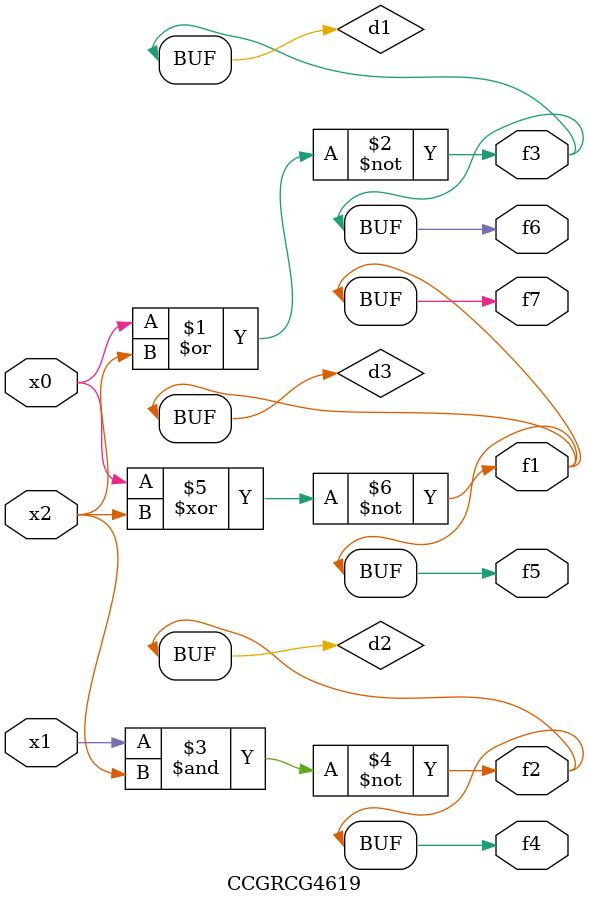
<source format=v>
module CCGRCG4619(
	input x0, x1, x2,
	output f1, f2, f3, f4, f5, f6, f7
);

	wire d1, d2, d3;

	nor (d1, x0, x2);
	nand (d2, x1, x2);
	xnor (d3, x0, x2);
	assign f1 = d3;
	assign f2 = d2;
	assign f3 = d1;
	assign f4 = d2;
	assign f5 = d3;
	assign f6 = d1;
	assign f7 = d3;
endmodule

</source>
